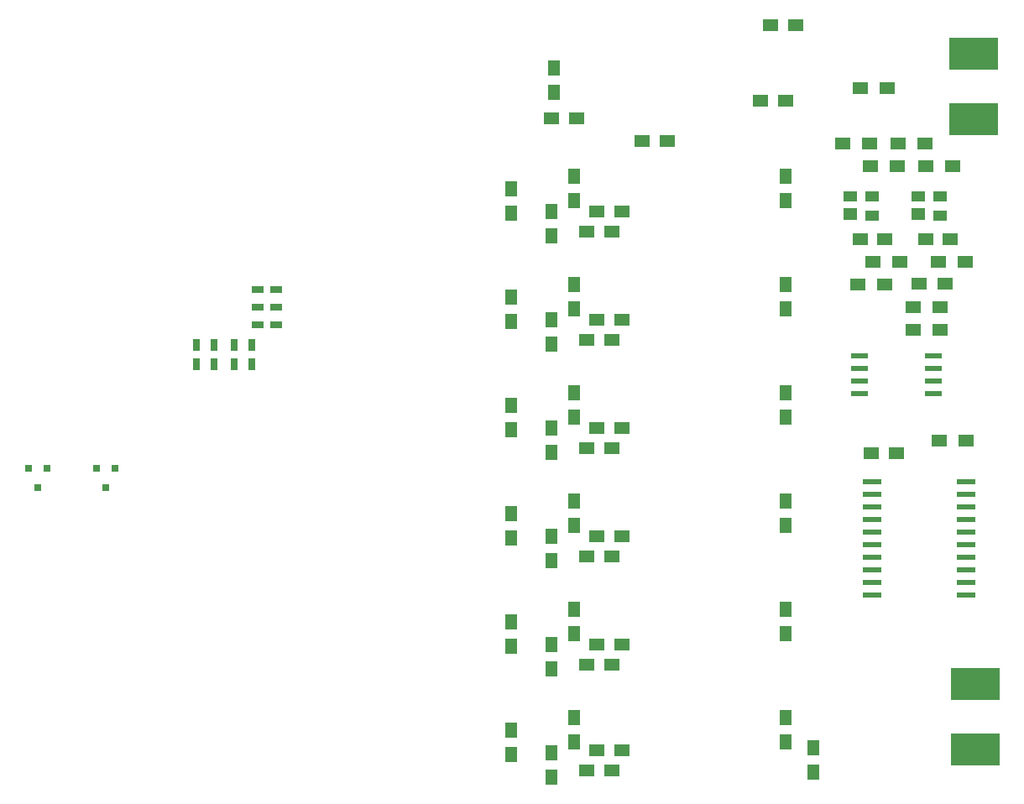
<source format=gbr>
G04 #@! TF.FileFunction,Paste,Bot*
%FSLAX46Y46*%
G04 Gerber Fmt 4.6, Leading zero omitted, Abs format (unit mm)*
G04 Created by KiCad (PCBNEW 4.0.7) date 02/05/18 11:03:03*
%MOMM*%
%LPD*%
G01*
G04 APERTURE LIST*
%ADD10C,0.100000*%
%ADD11R,1.750000X0.550000*%
%ADD12R,5.000000X3.300000*%
%ADD13R,0.750000X1.200000*%
%ADD14R,1.200000X0.750000*%
%ADD15R,1.400000X1.200000*%
%ADD16R,1.400000X1.000000*%
%ADD17R,1.250000X1.500000*%
%ADD18R,1.500000X1.250000*%
%ADD19R,1.950000X0.600000*%
%ADD20R,1.500000X1.300000*%
%ADD21R,0.800100X0.800100*%
G04 APERTURE END LIST*
D10*
D11*
X85558000Y-55631000D03*
X85558000Y-54361000D03*
X85558000Y-53091000D03*
X85558000Y-51821000D03*
X92958000Y-51821000D03*
X92958000Y-53091000D03*
X92958000Y-54361000D03*
X92958000Y-55631000D03*
D12*
X97200000Y-84900000D03*
X97200000Y-91500000D03*
X97030000Y-21350000D03*
X97030000Y-27950000D03*
D13*
X18646000Y-52644000D03*
X18646000Y-50744000D03*
X20424000Y-52644000D03*
X20424000Y-50744000D03*
X24234000Y-52644000D03*
X24234000Y-50744000D03*
X22456000Y-52644000D03*
X22456000Y-50744000D03*
D14*
X26708000Y-46868000D03*
X24808000Y-46868000D03*
X26708000Y-45090000D03*
X24808000Y-45090000D03*
X24808000Y-48646000D03*
X26708000Y-48646000D03*
D15*
X91460000Y-37478000D03*
D16*
X91460000Y-35758000D03*
X93660000Y-35758000D03*
X93660000Y-37658000D03*
D15*
X84602000Y-37478000D03*
D16*
X84602000Y-35758000D03*
X86802000Y-35758000D03*
X86802000Y-37658000D03*
D17*
X80876000Y-91338000D03*
X80876000Y-93838000D03*
D18*
X78062000Y-26040000D03*
X75562000Y-26040000D03*
D17*
X78082000Y-88290000D03*
X78082000Y-90790000D03*
X78082000Y-77368000D03*
X78082000Y-79868000D03*
X78082000Y-66446000D03*
X78082000Y-68946000D03*
X78082000Y-55524000D03*
X78082000Y-58024000D03*
X78082000Y-44602000D03*
X78082000Y-47102000D03*
D18*
X59052000Y-37216000D03*
X61552000Y-37216000D03*
X59052000Y-48138000D03*
X61552000Y-48138000D03*
X59052000Y-59060000D03*
X61552000Y-59060000D03*
X59052000Y-69982000D03*
X61552000Y-69982000D03*
X59052000Y-80904000D03*
X61552000Y-80904000D03*
X59052000Y-91572000D03*
X61552000Y-91572000D03*
X63624000Y-30104000D03*
X66124000Y-30104000D03*
D17*
X78082000Y-33680000D03*
X78082000Y-36180000D03*
D18*
X79078000Y-18420000D03*
X76578000Y-18420000D03*
D17*
X54460000Y-37236000D03*
X54460000Y-39736000D03*
X54460000Y-48158000D03*
X54460000Y-50658000D03*
X54460000Y-59080000D03*
X54460000Y-61580000D03*
X54460000Y-70002000D03*
X54460000Y-72502000D03*
X54460000Y-80924000D03*
X54460000Y-83424000D03*
X54460000Y-91846000D03*
X54460000Y-94346000D03*
D18*
X54480000Y-27818000D03*
X56980000Y-27818000D03*
D17*
X56746000Y-36180000D03*
X56746000Y-33680000D03*
X56746000Y-47102000D03*
X56746000Y-44602000D03*
X56746000Y-58024000D03*
X56746000Y-55524000D03*
X56746000Y-68946000D03*
X56746000Y-66446000D03*
X56746000Y-79868000D03*
X56746000Y-77368000D03*
X56746000Y-90790000D03*
X56746000Y-88290000D03*
X54714000Y-22758000D03*
X54714000Y-25258000D03*
D18*
X89238000Y-61600000D03*
X86738000Y-61600000D03*
D19*
X86844000Y-75951000D03*
X86844000Y-74681000D03*
X86844000Y-73411000D03*
X86844000Y-72141000D03*
X86844000Y-70871000D03*
X86844000Y-69601000D03*
X86844000Y-68331000D03*
X86844000Y-67061000D03*
X86844000Y-65791000D03*
X86844000Y-64521000D03*
X96244000Y-64521000D03*
X96244000Y-65791000D03*
X96244000Y-67061000D03*
X96244000Y-68331000D03*
X96244000Y-69601000D03*
X96244000Y-70871000D03*
X96244000Y-72141000D03*
X96244000Y-73411000D03*
X96244000Y-74681000D03*
X96244000Y-75951000D03*
D18*
X92199000Y-40010000D03*
X94699000Y-40010000D03*
X85595000Y-40010000D03*
X88095000Y-40010000D03*
D20*
X93656000Y-46868000D03*
X90956000Y-46868000D03*
X93656000Y-49154000D03*
X90956000Y-49154000D03*
X89432000Y-30358000D03*
X92132000Y-30358000D03*
X83844000Y-30358000D03*
X86544000Y-30358000D03*
X85622000Y-24770000D03*
X88322000Y-24770000D03*
X86638000Y-32644000D03*
X89338000Y-32644000D03*
X92226000Y-32644000D03*
X94926000Y-32644000D03*
X91510000Y-44510000D03*
X94210000Y-44510000D03*
X93496000Y-42296000D03*
X96196000Y-42296000D03*
X89592000Y-42296000D03*
X86892000Y-42296000D03*
X85368000Y-44582000D03*
X88068000Y-44582000D03*
D21*
X1694000Y-63139240D03*
X3594000Y-63139240D03*
X2644000Y-65138220D03*
X8552000Y-63139240D03*
X10452000Y-63139240D03*
X9502000Y-65138220D03*
D18*
X60536000Y-39248000D03*
X58036000Y-39248000D03*
D17*
X50396000Y-37450000D03*
X50396000Y-34950000D03*
D18*
X60536000Y-50170000D03*
X58036000Y-50170000D03*
D17*
X50396000Y-48372000D03*
X50396000Y-45872000D03*
D18*
X60536000Y-61092000D03*
X58036000Y-61092000D03*
D17*
X50396000Y-59294000D03*
X50396000Y-56794000D03*
D18*
X60536000Y-72014000D03*
X58036000Y-72014000D03*
D17*
X50396000Y-70216000D03*
X50396000Y-67716000D03*
D18*
X60536000Y-82936000D03*
X58036000Y-82936000D03*
D17*
X50396000Y-81138000D03*
X50396000Y-78638000D03*
D18*
X60536000Y-93604000D03*
X58036000Y-93604000D03*
D17*
X50396000Y-92060000D03*
X50396000Y-89560000D03*
D20*
X96280000Y-60380000D03*
X93580000Y-60380000D03*
M02*

</source>
